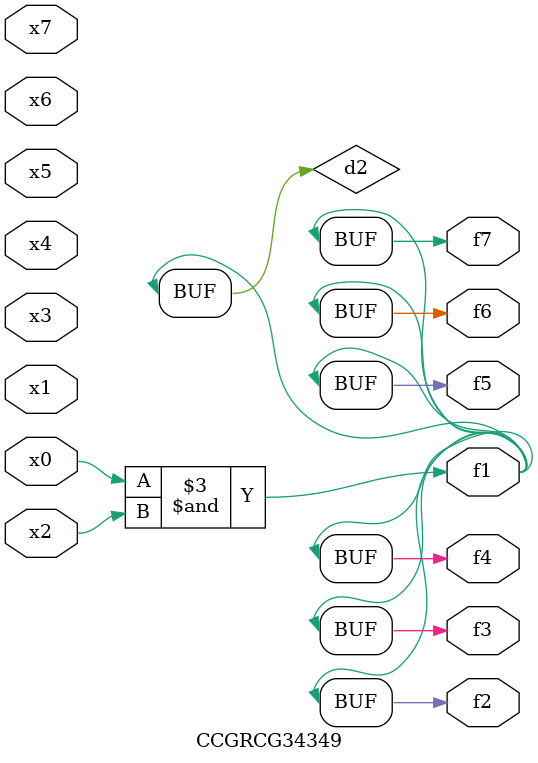
<source format=v>
module CCGRCG34349(
	input x0, x1, x2, x3, x4, x5, x6, x7,
	output f1, f2, f3, f4, f5, f6, f7
);

	wire d1, d2;

	nor (d1, x3, x6);
	and (d2, x0, x2);
	assign f1 = d2;
	assign f2 = d2;
	assign f3 = d2;
	assign f4 = d2;
	assign f5 = d2;
	assign f6 = d2;
	assign f7 = d2;
endmodule

</source>
